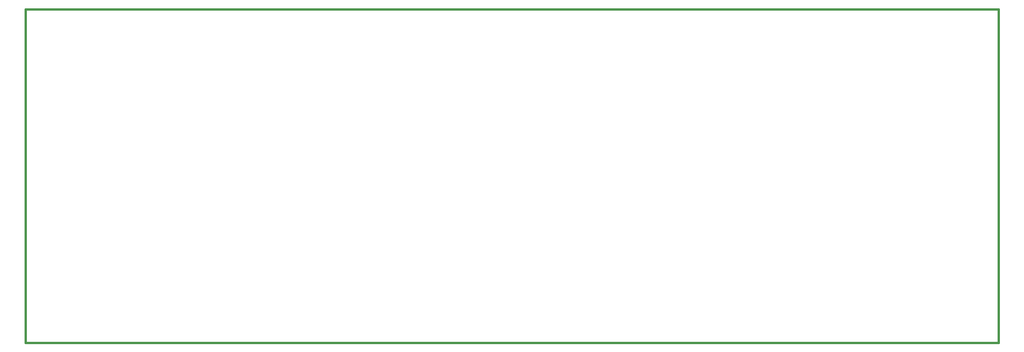
<source format=gbr>
G04 (created by PCBNEW-RS274X (2011-05-25)-stable) date Fri 21 Sep 2012 01:46:45 PM PDT*
G01*
G70*
G90*
%MOIN*%
G04 Gerber Fmt 3.4, Leading zero omitted, Abs format*
%FSLAX34Y34*%
G04 APERTURE LIST*
%ADD10C,0.006000*%
%ADD11C,0.015000*%
G04 APERTURE END LIST*
G54D10*
G54D11*
X89685Y-59055D02*
X19685Y-59055D01*
X89685Y-35040D02*
X89685Y-59055D01*
X19685Y-35040D02*
X89685Y-35040D01*
X19685Y-59055D02*
X19685Y-35040D01*
M02*

</source>
